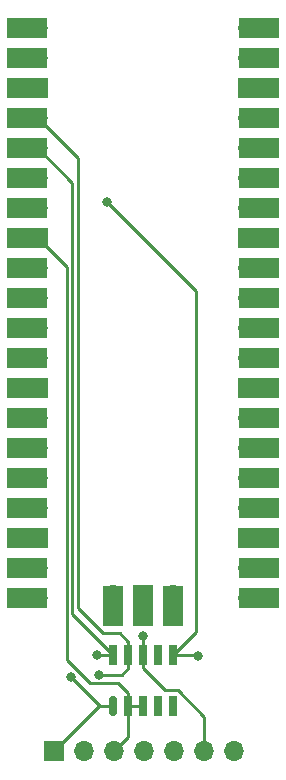
<source format=gtl>
G04 #@! TF.GenerationSoftware,KiCad,Pcbnew,5.1.6+dfsg1-1*
G04 #@! TF.CreationDate,2021-10-17T21:52:56+02:00*
G04 #@! TF.ProjectId,picoprobe-pcb,7069636f-7072-46f6-9265-2d7063622e6b,rev?*
G04 #@! TF.SameCoordinates,Original*
G04 #@! TF.FileFunction,Copper,L1,Top*
G04 #@! TF.FilePolarity,Positive*
%FSLAX46Y46*%
G04 Gerber Fmt 4.6, Leading zero omitted, Abs format (unit mm)*
G04 Created by KiCad (PCBNEW 5.1.6+dfsg1-1) date 2021-10-17 21:52:56*
%MOMM*%
%LPD*%
G01*
G04 APERTURE LIST*
G04 #@! TA.AperFunction,ComponentPad*
%ADD10O,1.700000X1.700000*%
G04 #@! TD*
G04 #@! TA.AperFunction,ComponentPad*
%ADD11R,1.700000X1.700000*%
G04 #@! TD*
G04 #@! TA.AperFunction,SMDPad,CuDef*
%ADD12R,0.760000X1.750000*%
G04 #@! TD*
G04 #@! TA.AperFunction,SMDPad,CuDef*
%ADD13O,0.760000X1.750000*%
G04 #@! TD*
G04 #@! TA.AperFunction,SMDPad,CuDef*
%ADD14R,1.700000X3.500000*%
G04 #@! TD*
G04 #@! TA.AperFunction,SMDPad,CuDef*
%ADD15R,3.500000X1.700000*%
G04 #@! TD*
G04 #@! TA.AperFunction,ViaPad*
%ADD16C,0.800000*%
G04 #@! TD*
G04 #@! TA.AperFunction,Conductor*
%ADD17C,0.250000*%
G04 #@! TD*
G04 APERTURE END LIST*
D10*
X145240000Y-103000000D03*
X142700000Y-103000000D03*
X140160000Y-103000000D03*
X137620000Y-103000000D03*
X135080000Y-103000000D03*
X132540000Y-103000000D03*
D11*
X130000000Y-103000000D03*
D12*
X140080000Y-94825000D03*
X140080000Y-99175000D03*
X138810000Y-94825000D03*
X138810000Y-99175000D03*
X137540000Y-94825000D03*
X137540000Y-99175000D03*
X136270000Y-94825000D03*
X136270000Y-99175000D03*
X135000000Y-94825000D03*
D13*
X135000000Y-99175000D03*
D10*
X140070000Y-89800000D03*
D14*
X140070000Y-90700000D03*
D11*
X137530000Y-89800000D03*
D14*
X137530000Y-90700000D03*
D10*
X134990000Y-89800000D03*
D14*
X134990000Y-90700000D03*
D15*
X147320000Y-90030000D03*
X147320000Y-87490000D03*
X147320000Y-84950000D03*
X147320000Y-82410000D03*
X147320000Y-79870000D03*
X147320000Y-77330000D03*
X147320000Y-74790000D03*
X147320000Y-72250000D03*
X147320000Y-69710000D03*
X147320000Y-67170000D03*
X147320000Y-64630000D03*
X147320000Y-62090000D03*
X147320000Y-59550000D03*
X147320000Y-57010000D03*
X147320000Y-54470000D03*
X147320000Y-51930000D03*
X147320000Y-49390000D03*
X147320000Y-46850000D03*
X147320000Y-44310000D03*
X147320000Y-41770000D03*
X127740000Y-90030000D03*
X127740000Y-87490000D03*
X127740000Y-84950000D03*
X127740000Y-82410000D03*
X127740000Y-79870000D03*
X127740000Y-77330000D03*
X127740000Y-74790000D03*
X127740000Y-72250000D03*
X127740000Y-69710000D03*
X127740000Y-67170000D03*
X127740000Y-64630000D03*
X127740000Y-62090000D03*
X127740000Y-59550000D03*
X127740000Y-57010000D03*
X127740000Y-54470000D03*
X127740000Y-51930000D03*
X127740000Y-49390000D03*
X127740000Y-46850000D03*
X127740000Y-44310000D03*
X127740000Y-41770000D03*
D10*
X146420000Y-41770000D03*
X146420000Y-44310000D03*
D11*
X146420000Y-46850000D03*
D10*
X146420000Y-49390000D03*
X146420000Y-51930000D03*
X146420000Y-54470000D03*
X146420000Y-57010000D03*
D11*
X146420000Y-59550000D03*
D10*
X146420000Y-62090000D03*
X146420000Y-64630000D03*
X146420000Y-67170000D03*
X146420000Y-69710000D03*
D11*
X146420000Y-72250000D03*
D10*
X146420000Y-74790000D03*
X146420000Y-77330000D03*
X146420000Y-79870000D03*
X146420000Y-82410000D03*
D11*
X146420000Y-84950000D03*
D10*
X146420000Y-87490000D03*
X146420000Y-90030000D03*
X128640000Y-90030000D03*
X128640000Y-87490000D03*
D11*
X128640000Y-84950000D03*
D10*
X128640000Y-82410000D03*
X128640000Y-79870000D03*
X128640000Y-77330000D03*
X128640000Y-74790000D03*
D11*
X128640000Y-72250000D03*
D10*
X128640000Y-69710000D03*
X128640000Y-67170000D03*
X128640000Y-64630000D03*
X128640000Y-62090000D03*
D11*
X128640000Y-59550000D03*
D10*
X128640000Y-57010000D03*
X128640000Y-54470000D03*
X128640000Y-51930000D03*
X128640000Y-49390000D03*
D11*
X128640000Y-46850000D03*
D10*
X128640000Y-44310000D03*
X128640000Y-41770000D03*
D16*
X134500000Y-56500000D03*
X142200000Y-94900000D03*
X133600000Y-94800000D03*
X133800000Y-96500000D03*
X131400000Y-96699988D03*
X137500000Y-93199994D03*
D17*
X142000000Y-64000000D02*
X134500000Y-56500000D01*
X142000000Y-92905000D02*
X142000000Y-64000000D01*
X140080000Y-94825000D02*
X142000000Y-92905000D01*
X142125000Y-94825000D02*
X142200000Y-94900000D01*
X140080000Y-94825000D02*
X142125000Y-94825000D01*
X135000000Y-94825000D02*
X131549989Y-91374989D01*
X131549989Y-91374989D02*
X131549989Y-54839989D01*
X131549989Y-54839989D02*
X128640000Y-51930000D01*
X134975000Y-94800000D02*
X135000000Y-94825000D01*
X133600000Y-94800000D02*
X134975000Y-94800000D01*
X136270000Y-101810000D02*
X136270000Y-99175000D01*
X135080000Y-103000000D02*
X136270000Y-101810000D01*
X136270000Y-99175000D02*
X137540000Y-99175000D01*
X133051999Y-97225001D02*
X135445001Y-97225001D01*
X136270000Y-98050000D02*
X136270000Y-99175000D01*
X135445001Y-97225001D02*
X136270000Y-98050000D01*
X131099978Y-62009978D02*
X131099978Y-95272980D01*
X131099978Y-95272980D02*
X133051999Y-97225001D01*
X128640000Y-59550000D02*
X131099978Y-62009978D01*
X134104998Y-93000000D02*
X135570000Y-93000000D01*
X132000000Y-52750000D02*
X132000000Y-90895002D01*
X136270000Y-93700000D02*
X136270000Y-94825000D01*
X132000000Y-90895002D02*
X134104998Y-93000000D01*
X135570000Y-93000000D02*
X136270000Y-93700000D01*
X128640000Y-49390000D02*
X132000000Y-52750000D01*
X136270000Y-94825000D02*
X136270000Y-95950000D01*
X136270000Y-95950000D02*
X135720000Y-96500000D01*
X135720000Y-96500000D02*
X133800000Y-96500000D01*
X133825000Y-99175000D02*
X135000000Y-99175000D01*
X130000000Y-103000000D02*
X133825000Y-99175000D01*
X135000000Y-99175000D02*
X133875012Y-99175000D01*
X133875012Y-99175000D02*
X131400000Y-96699988D01*
X142700000Y-100077000D02*
X140448001Y-97825001D01*
X139415001Y-97825001D02*
X137540000Y-95950000D01*
X142700000Y-103000000D02*
X142700000Y-100077000D01*
X140448001Y-97825001D02*
X139415001Y-97825001D01*
X137540000Y-95950000D02*
X137540000Y-94825000D01*
X137540000Y-94825000D02*
X137540000Y-93239994D01*
X137540000Y-93239994D02*
X137500000Y-93199994D01*
M02*

</source>
